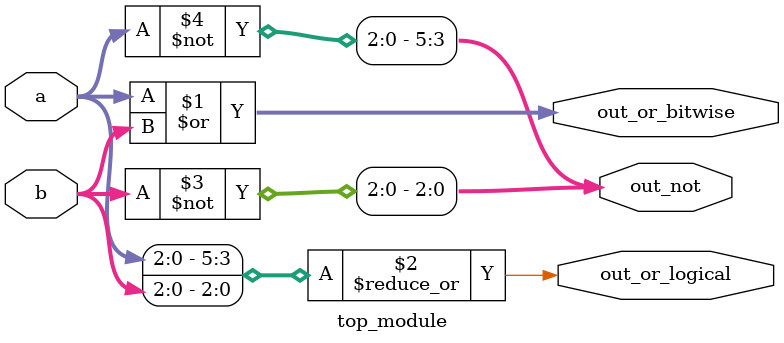
<source format=sv>
module top_module(
  input [2:0] a,
  input [2:0] b,
  output [2:0] out_or_bitwise,
  output out_or_logical,
  output [5:0] out_not
);
  
  assign out_or_bitwise = a | b;
  assign out_or_logical = |{a, b};
  assign out_not = {~a, ~b};
  
endmodule

</source>
